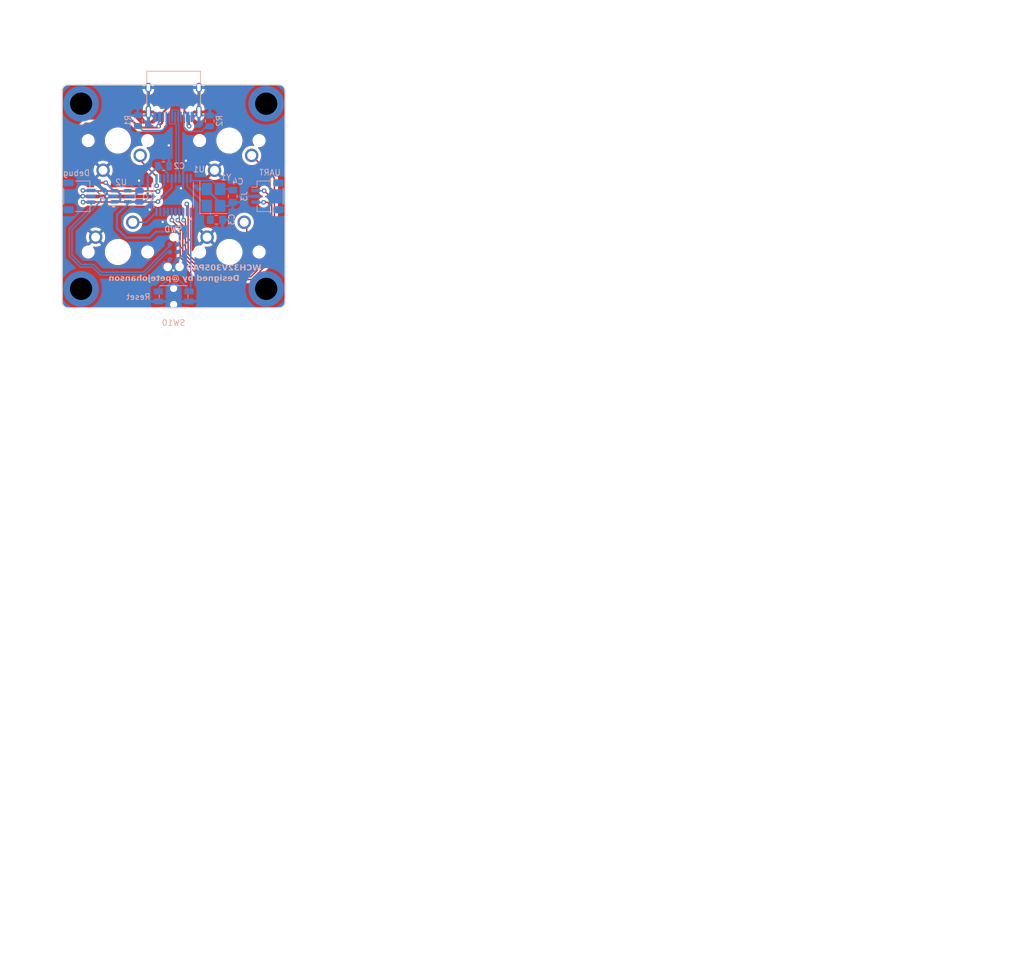
<source format=kicad_pcb>
(kicad_pcb (version 20241229) (generator "pcbnew") (generator_version "9.0")
  (layers (0 "F.Cu" signal) (2 "B.Cu" signal) (13 "F.Paste" user) (15 "B.Paste" user) (5 "F.SilkS" user "F.Silkscreen") (7 "B.SilkS" user "B.Silkscreen") (1 "F.Mask" user) (3 "B.Mask" user) (25 "Edge.Cuts" user))
  (property "SHA1" "057f0e1")
  (property "TIMESTAMP" "2023-12-05")
  (net 0 "")
  (net 1 "+3.3V")
  (net 2 "GND")
  (net 3 "D-")
  (net 4 "D+")
  (net 6 "Net-(J1-CC2)")
  (net 8 "Net-(J1-CC1)")
  (net 9 "+5V")
  (net 10 "SWDIO")
  (net 11 "RESET")
  (net 12 "SWCLK")
  (net 14 "SW1")
  (net 15 "SW2")
  (net 16 "SW3")
  (net 17 "Net-(U1-PB14)")
  (net 18 "SW4")
  (net 22 "UART_TX")
  (net 23 "UART_RX")
  (net 24 "OSC_IN")
  (net 25 "OSC_OUT")
  (footprint "PCM_marbastlib-mx:SW_MX_1u" (layer "F.Cu") (at 50.58 38.95 180)
    (property "Reference" "SW1" (hide yes))
    (property "Value" "SW_Push" (hide yes))
    (pad "" np_thru_hole circle (at -5.08 0 180) (size 1.75 1.75) (drill 1.75) (layers "*.Cu" "*.Mask"))
    (pad "" np_thru_hole circle (at 0 0 180) (size 3.9878 3.9878) (drill 3.9878) (layers "*.Cu" "*.Mask"))
    (pad "" np_thru_hole circle (at 5.08 0 180) (size 1.75 1.75) (drill 1.75) (layers "*.Cu" "*.Mask"))
    (pad "1" thru_hole circle (at -3.81 -2.54 180) (size 2.3 2.3) (drill 1.524) (layers "*.Cu" "B.Mask") (net 14 "SW1"))
    (pad "2" thru_hole circle (at 2.54 -5.08 180) (size 2.3 2.3) (drill 1.524) (layers "*.Cu" "B.Mask") (net 2 "GND"))
  )
  (footprint "PCM_marbastlib-mx:SW_MX_1u" (layer "F.Cu") (at 69.63 58)
    (property "Reference" "SW4" (hide yes))
    (property "Value" "SW_Push" (hide yes))
    (pad "" np_thru_hole circle (at -5.08 0) (size 1.75 1.75) (drill 1.75) (layers "*.Cu" "*.Mask"))
    (pad "" np_thru_hole circle (at 0 0) (size 3.9878 3.9878) (drill 3.9878) (layers "*.Cu" "*.Mask"))
    (pad "" np_thru_hole circle (at 5.08 0) (size 1.75 1.75) (drill 1.75) (layers "*.Cu" "*.Mask"))
    (pad "1" thru_hole circle (at -3.81 -2.54) (size 2.3 2.3) (drill 1.524) (layers "*.Cu" "B.Mask") (net 2 "GND"))
    (pad "2" thru_hole circle (at 2.54 -5.08) (size 2.3 2.3) (drill 1.524) (layers "*.Cu" "B.Mask") (net 18 "SW4"))
  )
  (footprint "PCM_marbastlib-mx:SW_MX_1u" (layer "F.Cu") (at 69.63 38.95 180)
    (property "Reference" "SW2" (hide yes))
    (property "Value" "SW_Push" (hide yes))
    (pad "" np_thru_hole circle (at -5.08 0 180) (size 1.75 1.75) (drill 1.75) (layers "*.Cu" "*.Mask"))
    (pad "" np_thru_hole circle (at 0 0 180) (size 3.9878 3.9878) (drill 3.9878) (layers "*.Cu" "*.Mask"))
    (pad "" np_thru_hole circle (at 5.08 0 180) (size 1.75 1.75) (drill 1.75) (layers "*.Cu" "*.Mask"))
    (pad "1" thru_hole circle (at -3.81 -2.54 180) (size 2.3 2.3) (drill 1.524) (layers "*.Cu" "B.Mask") (net 15 "SW2"))
    (pad "2" thru_hole circle (at 2.54 -5.08 180) (size 2.3 2.3) (drill 1.524) (layers "*.Cu" "B.Mask") (net 2 "GND"))
  )
  (footprint "PCM_marbastlib-mx:SW_MX_1u" (layer "F.Cu") (at 50.58 58)
    (property "Reference" "SW3" (hide yes))
    (property "Value" "SW_Push" (hide yes))
    (pad "" np_thru_hole circle (at -5.08 0) (size 1.75 1.75) (drill 1.75) (layers "*.Cu" "*.Mask"))
    (pad "" np_thru_hole circle (at 0 0) (size 3.9878 3.9878) (drill 3.9878) (layers "*.Cu" "*.Mask"))
    (pad "" np_thru_hole circle (at 5.08 0) (size 1.75 1.75) (drill 1.75) (layers "*.Cu" "*.Mask"))
    (pad "1" thru_hole circle (at -3.81 -2.54) (size 2.3 2.3) (drill 1.524) (layers "*.Cu" "B.Mask") (net 2 "GND"))
    (pad "2" thru_hole circle (at 2.54 -5.08) (size 2.3 2.3) (drill 1.524) (layers "*.Cu" "B.Mask") (net 16 "SW3"))
  )
  (footprint "Capacitor_SMD:C_0805_2012Metric_Pad1.18x1.45mm_HandSolder" (layer "B.Cu") (at 67.425 52.5)
    (property "Reference" "C3" (at 2.6 -0.06 90) (layer "B.SilkS") (effects (justify mirror)))
    (property "Value" "34pf")
    (fp_line (start -0.261253 -0.735) (end 0.261253 -0.735) (stroke (width 0.12)) (layer "B.SilkS"))
    (fp_line (start -0.261253 0.735) (end 0.261253 0.735) (stroke (width 0.12)) (layer "B.SilkS"))
    (pad "1" smd roundrect (at -1.0375 0) (size 1.175 1.45) (layers "B.Cu" "B.Mask" "B.Paste") (roundrect_rratio 0.212766) (net 24 "OSC_IN"))
    (pad "2" smd roundrect (at 1.0375 0) (size 1.175 1.45) (layers "B.Cu" "B.Mask" "B.Paste") (roundrect_rratio 0.212766) (net 2 "GND"))
  )
  (footprint "Capacitor_SMD:C_0805_2012Metric" (layer "B.Cu") (at 54.25 48.475 90)
    (property "Reference" "C1" (at 0 1.68 90) (layer "B.SilkS") (effects (justify mirror)))
    (property "Value" "1nF")
    (fp_line (start -0.261252 -0.735) (end 0.261252 -0.735) (stroke (width 0.12)) (layer "B.SilkS"))
    (fp_line (start -0.261252 0.735) (end 0.261252 0.735) (stroke (width 0.12)) (layer "B.SilkS"))
    (pad "1" smd roundrect (at -0.95 0 90) (size 1 1.45) (layers "B.Cu" "B.Mask" "B.Paste") (net 1 "+3.3V"))
    (pad "2" smd roundrect (at 0.95 0 90) (size 1 1.45) (layers "B.Cu" "B.Mask" "B.Paste") (net 2 "GND"))
  )
  (footprint "wch32v305pad:MountingHole_M2_Pad_NonPTH_TopOnly" (layer "B.Cu") (at 44.28 32.65 180)
    (property "Reference" "H1" (hide yes))
    (property "Value" "SMTSO2040")
    (pad "" np_thru_hole circle (at 0 0 180) (size 3.8 3.8) (drill 3.8) (layers "*.Mask"))
    (pad "1" smd circle (at 0 0 180) (size 6.1 6.1) (layers "B.Cu" "B.Mask"))
  )
  (footprint "Package_SO:TSSOP-20_4.4x6.5mm_P0.65mm" (layer "B.Cu") (at 60.1 48.2875 90)
    (property "Reference" "U1" (at 4.4375 4.325 180) (layer "B.SilkS") (effects (justify mirror)))
    (property "Value" "CH32V30xFxPx")
    (fp_line (start 0 -3.385) (end 2.2 -3.385) (stroke (width 0.12)) (layer "B.SilkS"))
    (fp_line (start 0 -3.385) (end -2.2 -3.385) (stroke (width 0.12)) (layer "B.SilkS"))
    (fp_line (start 0 3.385) (end 2.2 3.385) (stroke (width 0.12)) (layer "B.SilkS"))
    (fp_line (start 0 3.385) (end -2.2 3.385) (stroke (width 0.12)) (layer "B.SilkS"))
    (fp_poly (pts (xy -3.86 2.925) (xy -4.19 2.685) (xy -4.19 3.165)) (stroke (width 0.12)) (fill yes) (layer "B.SilkS"))
    (pad "1" smd roundrect (at -2.8625 2.925 90) (size 1.475 0.4) (layers "B.Cu" "B.Mask" "B.Paste") (net 11 "RESET"))
    (pad "2" smd roundrect (at -2.8625 2.275 90) (size 1.475 0.4) (layers "B.Cu" "B.Mask" "B.Paste") (net 18 "SW4"))
    (pad "3" smd roundrect (at -2.8625 1.625 90) (size 1.475 0.4) (layers "B.Cu" "B.Mask" "B.Paste") (net 22 "UART_TX"))
    (pad "4" smd roundrect (at -2.8625 0.975 90) (size 1.475 0.4) (layers "B.Cu" "B.Mask" "B.Paste") (net 23 "UART_RX"))
    (pad "5" smd roundrect (at -2.8625 0.325 90) (size 1.475 0.4) (layers "B.Cu" "B.Mask" "B.Paste"))
    (pad "6" smd roundrect (at -2.8625 -0.325 90) (size 1.475 0.4) (layers "B.Cu" "B.Mask" "B.Paste") (net 15 "SW2"))
    (pad "7" smd roundrect (at -2.8625 -0.975 90) (size 1.475 0.4) (layers "B.Cu" "B.Mask" "B.Paste") (net 17 "Net-(U1-PB14)"))
    (pad "8" smd roundrect (at -2.8625 -1.625 90) (size 1.475 0.4) (layers "B.Cu" "B.Mask" "B.Paste") (net 17 "Net-(U1-PB14)"))
    (pad "9" smd roundrect (at -2.8625 -2.275 90) (size 1.475 0.4) (layers "B.Cu" "B.Mask" "B.Paste"))
    (pad "10" smd roundrect (at -2.8625 -2.925 90) (size 1.475 0.4) (layers "B.Cu" "B.Mask" "B.Paste") (net 16 "SW3"))
    (pad "11" smd roundrect (at 2.8625 -2.925 90) (size 1.475 0.4) (layers "B.Cu" "B.Mask" "B.Paste") (net 14 "SW1"))
    (pad "12" smd roundrect (at 2.8625 -2.275 90) (size 1.475 0.4) (layers "B.Cu" "B.Mask" "B.Paste"))
    (pad "13" smd roundrect (at 2.8625 -1.625 90) (size 1.475 0.4) (layers "B.Cu" "B.Mask" "B.Paste") (net 10 "SWDIO"))
    (pad "14" smd roundrect (at 2.8625 -0.975 90) (size 1.475 0.4) (layers "B.Cu" "B.Mask" "B.Paste") (net 1 "+3.3V"))
    (pad "15" smd roundrect (at 2.8625 -0.325 90) (size 1.475 0.4) (layers "B.Cu" "B.Mask" "B.Paste") (net 12 "SWCLK"))
    (pad "16" smd roundrect (at 2.8625 0.325 90) (size 1.475 0.4) (layers "B.Cu" "B.Mask" "B.Paste") (net 3 "D-"))
    (pad "17" smd roundrect (at 2.8625 0.975 90) (size 1.475 0.4) (layers "B.Cu" "B.Mask" "B.Paste") (net 4 "D+"))
    (pad "18" smd roundrect (at 2.8625 1.625 90) (size 1.475 0.4) (layers "B.Cu" "B.Mask" "B.Paste") (net 2 "GND"))
    (pad "19" smd roundrect (at 2.8625 2.275 90) (size 1.475 0.4) (layers "B.Cu" "B.Mask" "B.Paste") (net 24 "OSC_IN"))
    (pad "20" smd roundrect (at 2.8625 2.925 90) (size 1.475 0.4) (layers "B.Cu" "B.Mask" "B.Paste") (net 25 "OSC_OUT"))
  )
  (footprint "Resistor_SMD:R_0805_2012Metric" (layer "B.Cu") (at 54.005 35.5425 90)
    (property "Reference" "R1" (at -0.0075 -1.72 90) (layer "B.SilkS") (effects (justify mirror)))
    (property "Value" "5.1k")
    (fp_line (start -0.227064 -0.735) (end 0.227064 -0.735) (stroke (width 0.12)) (layer "B.SilkS"))
    (fp_line (start -0.227064 0.735) (end 0.227064 0.735) (stroke (width 0.12)) (layer "B.SilkS"))
    (pad "1" smd roundrect (at -0.9125 0 90) (size 1.025 1.4) (layers "B.Cu" "B.Mask" "B.Paste") (roundrect_rratio 0.243902) (net 8 "Net-(J1-CC1)"))
    (pad "2" smd roundrect (at 0.9125 0 90) (size 1.025 1.4) (layers "B.Cu" "B.Mask" "B.Paste") (roundrect_rratio 0.243902) (net 2 "GND"))
  )
  (footprint "wch32v305pad:MountingHole_M2_Pad_NonPTH_TopOnly" (layer "B.Cu") (at 75.93 64.3 180)
    (property "Reference" "H4" (hide yes))
    (property "Value" "SMTSO2040")
    (pad "" np_thru_hole circle (at 0 0 180) (size 3.8 3.8) (drill 3.8) (layers "*.Mask"))
    (pad "1" smd circle (at 0 0 180) (size 6.1 6.1) (layers "B.Cu" "B.Mask"))
  )
  (footprint "Capacitor_SMD:C_0805_2012Metric" (layer "B.Cu") (at 58.375 43.325)
    (property "Reference" "C2" (at 2.7 -0.025 0) (layer "B.SilkS") (effects (justify mirror)))
    (property "Value" "100nF")
    (fp_line (start -0.261253 -0.735) (end 0.261253 -0.735) (stroke (width 0.12)) (layer "B.SilkS"))
    (fp_line (start -0.261253 0.735) (end 0.261253 0.735) (stroke (width 0.12)) (layer "B.SilkS"))
    (pad "1" smd roundrect (at -0.949999 0) (size 1 1.45) (layers "B.Cu" "B.Mask" "B.Paste") (net 1 "+3.3V"))
    (pad "2" smd roundrect (at 0.949999 0) (size 1 1.45) (layers "B.Cu" "B.Mask" "B.Paste") (net 2 "GND"))
  )
  (footprint "Connector_JST:JST_SH_SM03B-SRSS-TB_1x03-1MP_P1.00mm_Horizontal" (layer "B.Cu") (at 76.15 48.475 -90)
    (property "Reference" "J3" (at 0 3.98 90) (layer "B.SilkS") (effects (justify mirror)))
    (property "Value" "UART")
    (fp_line (start -2.61 1.785) (end -1.56 1.785) (stroke (width 0.12)) (layer "B.SilkS"))
    (fp_line (start -1.56 1.785) (end -1.56 2.775) (stroke (width 0.12)) (layer "B.SilkS"))
    (fp_line (start 2.61 1.785) (end 1.56 1.785) (stroke (width 0.12)) (layer "B.SilkS"))
    (fp_line (start -2.61 -0.715) (end -2.61 1.785) (stroke (width 0.12)) (layer "B.SilkS"))
    (fp_line (start 2.61 -0.715) (end 2.61 1.785) (stroke (width 0.12)) (layer "B.SilkS"))
    (fp_line (start -1.44 -2.685) (end 1.44 -2.685) (stroke (width 0.12)) (layer "B.SilkS"))
    (pad "1" smd roundrect (at -1 2 270) (size 0.6 1.55) (layers "B.Cu" "B.Mask" "B.Paste") (net 23 "UART_RX"))
    (pad "2" smd roundrect (at 0 2 270) (size 0.6 1.55) (layers "B.Cu" "B.Mask" "B.Paste") (net 2 "GND"))
    (pad "3" smd roundrect (at 1 2 270) (size 0.6 1.55) (layers "B.Cu" "B.Mask" "B.Paste") (net 22 "UART_TX"))
    (pad "MP" smd roundrect (at -2.3 -1.875 270) (size 1.2 1.8) (layers "B.Cu" "B.Mask" "B.Paste") (roundrect_rratio 0.208333))
    (pad "MP" smd roundrect (at 2.3 -1.875 270) (size 1.2 1.8) (layers "B.Cu" "B.Mask" "B.Paste") (roundrect_rratio 0.208333))
  )
  (footprint "Connector_JST:JST_SH_SM03B-SRSS-TB_1x03-1MP_P1.00mm_Horizontal" (layer "B.Cu") (at 44 48.475 90)
    (property "Reference" "J4" (at 0 3.98 90) (layer "B.SilkS") (effects (justify mirror)))
    (property "Value" "Debug")
    (fp_line (start -1.44 -2.685) (end 1.44 -2.685) (stroke (width 0.12)) (layer "B.SilkS"))
    (fp_line (start 2.61 -0.715) (end 2.61 1.785) (stroke (width 0.12)) (layer "B.SilkS"))
    (fp_line (start -2.61 -0.715) (end -2.61 1.785) (stroke (width 0.12)) (layer "B.SilkS"))
    (fp_line (start 2.61 1.785) (end 1.56 1.785) (stroke (width 0.12)) (layer "B.SilkS"))
    (fp_line (start -1.56 1.785) (end -1.56 2.775) (stroke (width 0.12)) (layer "B.SilkS"))
    (fp_line (start -2.61 1.785) (end -1.56 1.785) (stroke (width 0.12)) (layer "B.SilkS"))
    (pad "1" smd roundrect (at -1 2 90) (size 0.6 1.55) (layers "B.Cu" "B.Mask" "B.Paste") (net 12 "SWCLK"))
    (pad "2" smd roundrect (at 0 2 90) (size 0.6 1.55) (layers "B.Cu" "B.Mask" "B.Paste") (net 2 "GND"))
    (pad "3" smd roundrect (at 1 2 90) (size 0.6 1.55) (layers "B.Cu" "B.Mask" "B.Paste") (net 10 "SWDIO"))
    (pad "MP" smd roundrect (at -2.3 -1.875 90) (size 1.2 1.8) (layers "B.Cu" "B.Mask" "B.Paste") (roundrect_rratio 0.208333))
    (pad "MP" smd roundrect (at 2.3 -1.875 90) (size 1.2 1.8) (layers "B.Cu" "B.Mask" "B.Paste") (roundrect_rratio 0.208333))
  )
  (footprint "Crystal:Crystal_SMD_3225-4Pin_3.2x2.5mm_HandSoldering" (layer "B.Cu") (at 66.9 48.675 90)
    (property "Reference" "Y1" (at 3.45 2.15 0) (layer "B.SilkS") (effects (justify mirror)))
    (property "Value" "Crystal_Small")
    (fp_line (start -2.76 -2.31) (end 2.76 -2.31) (stroke (width 0.12)) (layer "B.SilkS"))
    (fp_line (start -2.76 2.31) (end -2.76 -2.31) (stroke (width 0.12)) (layer "B.SilkS"))
    (pad "1" smd roundrect (at -1.45 -1.15 90) (size 2.1 1.8) (layers "B.Cu" "B.Mask" "B.Paste") (roundrect_rratio 0.138889) (net 24 "OSC_IN"))
    (pad "2" smd roundrect (at 1.45 -1.15 90) (size 2.1 1.8) (layers "B.Cu" "B.Mask" "B.Paste") (roundrect_rratio 0.138889) (net 2 "GND"))
    (pad "3" smd roundrect (at 1.45 1.15 90) (size 2.1 1.8) (layers "B.Cu" "B.Mask" "B.Paste") (roundrect_rratio 0.138889) (net 25 "OSC_OUT"))
    (pad "4" smd roundrect (at -1.45 1.15 90) (size 2.1 1.8) (layers "B.Cu" "B.Mask" "B.Paste") (roundrect_rratio 0.138889) (net 2 "GND"))
  )
  (footprint "Resistor_SMD:R_0805_2012Metric" (layer "B.Cu") (at 66.275 35.58 90)
    (property "Reference" "R2" (at 0 1.65 90) (layer "B.SilkS") (effects (justify mirror)))
    (property "Value" "5.1k")
    (fp_line (start -0.227064 -0.735) (end 0.227064 -0.735) (stroke (width 0.12)) (layer "B.SilkS"))
    (fp_line (start -0.227064 0.735) (end 0.227064 0.735) (stroke (width 0.12)) (layer "B.SilkS"))
    (pad "1" smd roundrect (at -0.9125 0 90) (size 1.025 1.4) (layers "B.Cu" "B.Mask" "B.Paste") (roundrect_rratio 0.243902) (net 6 "Net-(J1-CC2)"))
    (pad "2" smd roundrect (at 0.9125 0 90) (size 1.025 1.4) (layers "B.Cu" "B.Mask" "B.Paste") (roundrect_rratio 0.243902) (net 2 "GND"))
  )
  (footprint "wch32v305pad:MountingHole_M2_Pad_NonPTH_TopOnly" (layer "B.Cu") (at 44.28 64.3 180)
    (property "Reference" "H3" (hide yes))
    (property "Value" "SMTSO2040")
    (pad "" np_thru_hole circle (at 0 0 180) (size 3.8 3.8) (drill 3.8) (layers "*.Mask"))
    (pad "1" smd circle (at 0 0 180) (size 6.1 6.1) (layers "B.Cu" "B.Mask"))
  )
  (footprint "Package_TO_SOT_SMD:SOT-23-5" (layer "B.Cu") (at 51.1325 48.475)
    (property "Reference" "U2" (at 0 -2.4 0) (layer "B.SilkS") (effects (justify mirror)))
    (property "Value" "AP2112K-3.3")
    (fp_line (start 0 -1.56) (end -0.8 -1.56) (stroke (width 0.12)) (layer "B.SilkS"))
    (fp_line (start 0 -1.56) (end 0.8 -1.56) (stroke (width 0.12)) (layer "B.SilkS"))
    (fp_line (start 0 1.56) (end -0.8 1.56) (stroke (width 0.12)) (layer "B.SilkS"))
    (fp_line (start 0 1.56) (end 0.8 1.56) (stroke (width 0.12)) (layer "B.SilkS"))
    (fp_poly (pts (xy -1.3 1.51) (xy -1.54 1.84) (xy -1.06 1.84)) (stroke (width 0.12)) (fill yes) (layer "B.SilkS"))
    (pad "1" smd roundrect (at -1.1375 0.95) (size 1.325 0.6) (layers "B.Cu" "B.Mask" "B.Paste") (net 9 "+5V"))
    (pad "2" smd roundrect (at -1.1375 0) (size 1.325 0.6) (layers "B.Cu" "B.Mask" "B.Paste") (net 2 "GND"))
    (pad "3" smd roundrect (at -1.1375 -0.95) (size 1.325 0.6) (layers "B.Cu" "B.Mask" "B.Paste") (net 9 "+5V"))
    (pad "4" smd roundrect (at 1.1375 -0.95) (size 1.325 0.6) (layers "B.Cu" "B.Mask" "B.Paste"))
    (pad "5" smd roundrect (at 1.1375 0.95) (size 1.325 0.6) (layers "B.Cu" "B.Mask" "B.Paste") (net 1 "+3.3V"))
  )
  (footprint "wch32v305pad:USB_C_Receptacle_GT-USB-7010" (layer "B.Cu") (at 60.105 31.75)
    (property "Reference" "J1" (hide yes))
    (property "Value" "USB_C_Receptacle_USB2.0")
    (fp_line (start -4.6 -4.65) (end -4.6 -2.7) (stroke (width 0.15)) (layer "B.SilkS"))
    (fp_line (start -4.6 -1.05) (end -4.6 1.25) (stroke (width 0.15)) (layer "B.SilkS"))
    (fp_line (start 4.6 -4.65) (end -4.6 -4.65) (stroke (width 0.15)) (layer "B.SilkS"))
    (fp_line (start 4.6 -4.65) (end 4.6 -2.7) (stroke (width 0.15)) (layer "B.SilkS"))
    (fp_line (start 4.6 -1.05) (end 4.6 1.25) (stroke (width 0.15)) (layer "B.SilkS"))
    (pad "" np_thru_hole circle (at -2.89 1.81) (size 0.65 0.65) (drill 0.65) (layers "*.Cu" "*.Mask"))
    (pad "" np_thru_hole circle (at 2.89 1.81) (size 0.65 0.65) (drill 0.65) (layers "*.Cu" "*.Mask"))
    (pad "A1" smd rect (at -3.35 3.15) (size 0.3 1.75) (layers "B.Cu" "B.Mask" "B.Paste") (net 2 "GND"))
    (pad "A4" smd rect (at -2.55 3.15) (size 0.3 1.75) (layers "B.Cu" "B.Mask" "B.Paste") (net 9 "+5V"))
    (pad "A5" smd rect (at -1.25 3.15) (size 0.3 1.75) (layers "B.Cu" "B.Mask" "B.Paste") (net 8 "Net-(J1-CC1)"))
    (pad "A6" smd rect (at -0.25 3.15) (size 0.3 1.75) (layers "B.Cu" "B.Mask" "B.Paste") (net 4 "D+"))
    (pad "A7" smd rect (at 0.25 3.15) (size 0.3 1.75) (layers "B.Cu" "B.Mask" "B.Paste") (net 3 "D-"))
    (pad "A8" smd rect (at 1.25 3.15) (size 0.3 1.75) (layers "B.Cu" "B.Mask" "B.Paste"))
    (pad "A9" smd rect (at 2.55 3.15) (size 0.3 1.75) (layers "B.Cu" "B.Mask" "B.Paste") (net 9 "+5V"))
    (pad "A12" smd rect (at 3.35 3.15) (size 0.3 1.75) (layers "B.Cu" "B.Mask" "B.Paste") (net 2 "GND"))
    (pad "B1" smd rect (at 3.05 3.15) (size 0.3 1.75) (layers "B.Cu" "B.Mask" "B.Paste") (net 2 "GND"))
    (pad "B4" smd rect (at 2.25 3.15) (size 0.3 1.75) (layers "B.Cu" "B.Mask" "B.Paste") (net 9 "+5V"))
    (pad "B5" smd rect (at 1.75 3.15) (size 0.3 1.75) (layers "B.Cu" "B.Mask" "B.Paste") (net 6 "Net-(J1-CC2)"))
    (pad "B6" smd rect (at 0.75 3.15) (size 0.3 1.75) (layers "B.Cu" "B.Mask" "B.Paste") (net 4 "D+"))
    (pad "B7" smd rect (at -0.75 3.15) (size 0.3 1.75) (layers "B.Cu" "B.Mask" "B.Paste") (net 3 "D-"))
    (pad "B8" smd rect (at -1.75 3.15) (size 0.3 1.75) (layers "B.Cu" "B.Mask" "B.Paste"))
    (pad "B9" smd rect (at -2.25 3.15) (size 0.3 1.75) (layers "B.Cu" "B.Mask" "B.Paste") (net 9 "+5V"))
    (pad "B12" smd rect (at -3.05 3.15) (size 0.3 1.75) (layers "B.Cu" "B.Mask" "B.Paste") (net 2 "GND"))
    (pad "S1" thru_hole oval (at -4.32 -1.87) (size 1 1.6) (drill oval 0.6 1.2) (layers "*.Cu" "*.Mask") (net 2 "GND"))
    (pad "S1" thru_hole oval (at -4.32 2.31) (size 0.9 2.1) (drill oval 0.5 1.7) (layers "*.Cu" "*.Mask") (net 2 "GND"))
    (pad "S1" thru_hole oval (at 4.32 -1.87) (size 1 1.6) (drill oval 0.6 1.2) (layers "*.Cu" "*.Mask") (net 2 "GND"))
    (pad "S1" thru_hole oval (at 4.32 2.31) (size 0.9 2.1) (drill oval 0.5 1.7) (layers "*.Cu" "*.Mask") (net 2 "GND"))
  )
  (footprint "Capacitor_SMD:C_0805_2012Metric_Pad1.18x1.45mm_HandSolder" (layer "B.Cu") (at 70.2 48.475 -90)
    (property "Reference" "C4" (at -2.525 -0.875 0) (layer "B.SilkS") (effects (justify mirror)))
    (property "Value" "34pf")
    (fp_line (start -0.261253 0.735) (end 0.261253 0.735) (stroke (width 0.12)) (layer "B.SilkS"))
    (fp_line (start -0.261253 -0.735) (end 0.261253 -0.735) (stroke (width 0.12)) (layer "B.SilkS"))
    (pad "1" smd roundrect (at -1.0375 0 270) (size 1.175 1.45) (layers "B.Cu" "B.Mask" "B.Paste") (roundrect_rratio 0.212766) (net 25 "OSC_OUT"))
    (pad "2" smd roundrect (at 1.0375 0 270) (size 1.175 1.45) (layers "B.Cu" "B.Mask" "B.Paste") (roundrect_rratio 0.212766) (net 2 "GND"))
  )
  (footprint "Button_Switch_SMD:Panasonic_EVQPUL_EVQPUC" (layer "B.Cu") (at 60.1 65.6)
    (property "Reference" "SW10" (at 0 4.5 0) (layer "B.SilkS") (effects (justify mirror)))
    (property "Value" "Reset")
    (fp_line (start -2.45 -0.275) (end -2.45 0.275) (stroke (width 0.12)) (layer "B.SilkS"))
    (fp_line (start -1.425 1.85) (end -2.35 1.85) (stroke (width 0.12)) (layer "B.SilkS"))
    (fp_line (start 2.35 -1.85) (end -2.35 -1.85) (stroke (width 0.12)) (layer "B.SilkS"))
    (fp_line (start 2.35 1.85) (end 1.425 1.85) (stroke (width 0.12)) (layer "B.SilkS"))
    (fp_line (start 2.45 -0.275) (end 2.45 0.275) (stroke (width 0.12)) (layer "B.SilkS"))
    (pad "" np_thru_hole circle (at 0 -1.375 180) (size 0.75 0.75) (drill 0.75) (layers "*.Cu" "*.Mask"))
    (pad "" np_thru_hole circle (at 0 1.375 180) (size 0.75 0.75) (drill 0.75) (layers "*.Cu" "*.Mask"))
    (pad "1" smd rect (at -2.625 0.85 180) (size 1.55 1) (layers "B.Cu" "B.Mask" "B.Paste") (net 2 "GND"))
    (pad "1" smd rect (at 2.625 0.85 180) (size 1.55 1) (layers "B.Cu" "B.Mask" "B.Paste") (net 2 "GND"))
    (pad "2" smd rect (at -2.625 -0.85 180) (size 1.55 1) (layers "B.Cu" "B.Mask" "B.Paste") (net 11 "RESET"))
    (pad "2" smd rect (at 2.625 -0.85 180) (size 1.55 1) (layers "B.Cu" "B.Mask" "B.Paste") (net 11 "RESET"))
  )
  (footprint "Connector:Tag-Connect_TC2030-IDC-NL_2x03_P1.27mm_Vertical" (layer "B.Cu") (at 60.096 58 -90)
    (property "Reference" "J2" (hide yes))
    (property "Value" "SWD")
    (fp_line (start -1.905 -1.27) (end -1.905 -0.635) (stroke (width 0.12)) (layer "B.SilkS"))
    (fp_line (start -1.27 -1.27) (end -1.905 -1.27) (stroke (width 0.12)) (layer "B.SilkS"))
    (pad "" np_thru_hole circle (at -2.54 0 270) (size 0.9906 0.9906) (drill 0.9906) (layers "*.Cu" "*.Mask"))
    (pad "" np_thru_hole circle (at 2.54 -1.016 270) (size 0.9906 0.9906) (drill 0.9906) (layers "*.Cu" "*.Mask"))
    (pad "" np_thru_hole circle (at 2.54 1.016 270) (size 0.9906 0.9906) (drill 0.9906) (layers "*.Cu" "*.Mask"))
    (pad "1" connect circle (at -1.27 -0.635 270) (size 0.7874 0.7874) (layers "B.Cu" "B.Mask") (net 1 "+3.3V"))
    (pad "2" connect circle (at -1.27 0.635 270) (size 0.7874 0.7874) (layers "B.Cu" "B.Mask") (net 10 "SWDIO"))
    (pad "3" connect circle (at 0 -0.635 270) (size 0.7874 0.7874) (layers "B.Cu" "B.Mask") (net 11 "RESET"))
    (pad "4" connect circle (at 0 0.635 270) (size 0.7874 0.7874) (layers "B.Cu" "B.Mask") (net 12 "SWCLK"))
    (pad "5" connect circle (at 1.27 -0.635 270) (size 0.7874 0.7874) (layers "B.Cu" "B.Mask") (net 2 "GND"))
    (pad "6" connect circle (at 1.27 0.635 270) (size 0.7874 0.7874) (layers "B.Cu" "B.Mask"))
    (zone (net 0) (net_name "") (layer "B.Cu") (connect_pads (clearance 0)) (min_thickness 0.254)
      (keepout (tracks allowed) (vias not_allowed) (pads allowed) (copperpour not_allowed) (footprints not_allowed))
      (fill (thermal_gap 0.508) (thermal_bridge_width 0.508))
      (polygon (pts (xy 59.461 59.27) (xy 59.461 56.73) (xy 60.731 56.73) (xy 60.731 59.27)))
    )
  )
  (footprint "wch32v305pad:MountingHole_M2_Pad_NonPTH_TopOnly" (layer "B.Cu") (at 75.93 32.65 180)
    (property "Reference" "H2" (hide yes))
    (property "Value" "SMTSO2040")
    (pad "" np_thru_hole circle (at 0 0 180) (size 3.8 3.8) (drill 3.8) (layers "*.Mask"))
    (pad "1" smd circle (at 0 0 180) (size 6.1 6.1) (layers "B.Cu" "B.Mask"))
  )
  (gr_arc (start 41.055 30.425) (mid 41.347893 29.717893) (end 42.055 29.425) (stroke (width 0.2)) (layer "Edge.Cuts"))
  (gr_line (start 78.155 67.525) (end 42.055 67.525) (stroke (width 0.2)) (layer "Edge.Cuts"))
  (gr_line (start 41.055 66.525) (end 41.055 30.425) (stroke (width 0.2)) (layer "Edge.Cuts"))
  (gr_line (start 42.055 29.425) (end 78.155 29.425) (stroke (width 0.2)) (layer "Edge.Cuts"))
  (gr_line (start 79.155 30.425) (end 79.155 66.525) (stroke (width 0.2)) (layer "Edge.Cuts"))
  (gr_arc (start 78.155 29.425) (mid 78.862107 29.717893) (end 79.155 30.425) (stroke (width 0.2)) (layer "Edge.Cuts"))
  (gr_arc (start 79.155 66.525) (mid 78.862107 67.232107) (end 78.155 67.525) (stroke (width 0.2)) (layer "Edge.Cuts"))
  (gr_arc (start 42.055 67.525) (mid 41.347893 67.232107) (end 41.055 66.525) (stroke (width 0.2)) (layer "Edge.Cuts"))
  (gr_text "Reset" (at 56.225 66.25 0) (layer "B.SilkS") (effects (font (size 1 1)) (justify left bottom mirror)))
  (gr_text "SWD" (at 61.7 54.7 0) (layer "B.SilkS") (effects (font (size 1 1)) (justify left bottom mirror)))
  (gr_text "Designed by @petejohanson" (at 60.175 63.1 -0) (layer "B.SilkS") (effects (font (size 1 1) (thickness 0.25) (bold yes)) (justify bottom mirror)))
  (gr_text "UART" (at 78.5 45 0) (layer "B.SilkS") (effects (font (size 1 1)) (justify left bottom mirror)))
  (gr_text "WCH32V305PAD" (at 68.675 61.325 0) (layer "B.SilkS") (effects (font (size 1 1) (thickness 0.25) (bold yes)) (justify bottom mirror)))
  (gr_text "Debug" (at 45.875 45.075 0) (layer "B.SilkS") (effects (font (size 1 1)) (justify left bottom mirror)))
  (segment (start 57.778485 43.325) (end 57.425001 43.325) (width 0.35) (layer "B.Cu") (net 1))
  (segment (start 54.25 49.425) (end 52.625 49.425) (width 0.35) (layer "B.Cu") (net 1))
  (segment (start 55.675 45.075001) (end 57.425001 43.325) (width 0.35) (layer "B.Cu") (net 1))
  (segment (start 57.075 54.525) (end 60.625 54.525) (width 0.35) (layer "B.Cu") (net 1))
  (segment (start 58.829485 44.376) (end 57.778485 43.325) (width 0.35) (layer "B.Cu") (net 1))
  (segment (start 56.05 55.55) (end 57.075 54.525) (width 0.35) (layer "B.Cu") (net 1))
  (segment (start 52.27 49.425) (end 54.25 49.425) (width 0.35) (layer "B.Cu") (net 1))
  (segment (start 52.625 49.425) (end 50.425 51.625) (width 0.35) (layer "B.Cu") (net 1))
  (segment (start 61.15 55.05) (end 61.15 56.311) (width 0.35) (layer "B.Cu") (net 1))
  (segment (start 59.125 44.65) (end 58.851 44.376) (width 0.35) (layer "B.Cu") (net 1))
  (segment (start 50.425 53.975) (end 52 55.55) (width 0.35) (layer "B.Cu") (net 1))
  (segment (start 55.05 49.425) (end 55.675 48.8) (width 0.35) (layer "B.Cu") (net 1))
  (segment (start 59.125 45.425) (end 59.125 44.65) (width 0.35) (layer "B.Cu") (net 1))
  (segment (start 54.25 49.425) (end 55.05 49.425) (width 0.35) (layer "B.Cu") (net 1))
  (segment (start 60.625 54.525) (end 61.15 55.05) (width 0.35) (layer "B.Cu") (net 1))
  (segment (start 55.675 48.8) (end 55.675 45.075001) (width 0.35) (layer "B.Cu") (net 1))
  (segment (start 61.15 56.311) (end 60.731 56.73) (width 0.35) (layer "B.Cu") (net 1))
  (segment (start 50.425 51.625) (end 50.425 53.975) (width 0.35) (layer "B.Cu") (net 1))
  (segment (start 52 55.55) (end 56.05 55.55) (width 0.35) (layer "B.Cu") (net 1))
  (segment (start 58.851 44.376) (end 58.829485 44.376) (width 0.35) (layer "B.Cu") (net 1))
  (segment (start 65.735 55.46) (end 65.82 55.46) (width 0.25) (layer "F.Cu") (net 2))
  (via (at 59.275 39.775) (size 0.8) (drill 0.4) (layers "F.Cu" "B.Cu") (net 2))
  (via (at 62.2 42.4) (size 0.8) (drill 0.4) (layers "F.Cu" "B.Cu") (net 2))
  (via (at 44.575 48.475) (size 0.8) (drill 0.4) (layers "F.Cu" "B.Cu") (net 2))
  (via (at 54.2 45.8) (size 0.8) (drill 0.4) (layers "F.Cu" "B.Cu") (net 2))
  (via (at 58.225 52.85) (size 0.8) (drill 0.4) (layers "F.Cu" "B.Cu") (net 2))
  (via (at 61.35 47.1) (size 0.8) (drill 0.4) (layers "F.Cu" "B.Cu") (net 2))
  (via (at 48.725 48.475) (size 0.8) (drill 0.4) (layers "F.Cu" "B.Cu") (net 2))
  (via (at 56 50.75) (size 0.8) (drill 0.4) (layers "F.Cu" "B.Cu") (net 2))
  (via (at 60.075 61.15) (size 0.8) (drill 0.4) (layers "F.Cu" "B.Cu") (net 2))
  (segment (start 57.055 34.9) (end 56.625 34.9) (width 0.35) (layer "B.Cu") (net 2))
  (segment (start 63.155 34.9) (end 63.585 34.9) (width 0.35) (layer "B.Cu") (net 2))
  (segment (start 65.0325 34.6675) (end 64.425 34.06) (width 0.35) (layer "B.Cu") (net 2))
  (segment (start 49.995 48.475) (end 48.725 48.475) (width 0.35) (layer "B.Cu") (net 2))
  (segment (start 61.35 47.1) (end 61.4 47.1) (width 0.35) (layer "B.Cu") (net 2))
  (segment (start 54.25 47.525) (end 53.325 48.45) (width 0.35) (layer "B.Cu") (net 2))
  (segment (start 55.785 34.06) (end 55.195 34.65) (width 0.35) (layer "B.Cu") (net 2))
  (segment (start 60.075 61.15) (end 60.075 59.926) (width 0.35) (layer "B.Cu") (net 2))
  (segment (start 60.075 59.926) (end 60.731 59.27) (width 0.35) (layer "B.Cu") (net 2))
  (segment (start 62.2 43.75) (end 61.725 44.225) (width 0.35) (layer "B.Cu") (net 2))
  (segment (start 59.275 39.775) (end 59.324999 39.824999) (width 0.35) (layer "B.Cu") (net 2))
  (segment (start 69.5875 50.125) (end 70.2 49.5125) (width 0.35) (layer "B.Cu") (net 2))
  (segment (start 66.275 34.6675) (end 65.0325 34.6675) (width 0.35) (layer "B.Cu") (net 2))
  (segment (start 61.4 47.1) (end 61.725 46.775) (width 0.35) (layer "B.Cu") (net 2))
  (segment (start 61.725 46.775) (end 61.725 45.425) (width 0.35) (layer "B.Cu") (net 2))
  (segment (start 68.05 49.575) (end 68.05 50.125) (width 0.35) (layer "B.Cu") (net 2))
  (segment (start 44.575 48.475) (end 46 48.475) (width 0.35) (layer "B.Cu") (net 2))
  (segment (start 56.625 34.9) (end 55.785 34.06) (width 0.35) (layer "B.Cu") (net 2))
  (segment (start 54.25 45.85) (end 54.2 45.8) (width 0.35) (layer "B.Cu") (net 2))
  (segment (start 63.585 34.9) (end 64.425 34.06) (width 0.35) (layer "B.Cu") (net 2))
  (segment (start 54.025 34.65) (end 54.005 34.63) (width 0.35) (layer "B.Cu") (net 2))
  (segment (start 65.75 47.225) (end 65.75 47.275) (width 0.35) (layer "B.Cu") (net 2))
  (segment (start 65.75 47.275) (end 68.05 49.575) (width 0.35) (layer "B.Cu") (net 2))
  (segment (start 55.195 34.65) (end 54.025 34.65) (width 0.35) (layer "B.Cu") (net 2))
  (segment (start 61.725 44.225) (end 61.725 45.425) (width 0.35) (layer "B.Cu") (net 2))
  (segment (start 59.324999 39.824999) (end 59.324999 43.325) (width 0.35) (layer "B.Cu") (net 2))
  (segment (start 55.785 34.06) (end 55.785 29.88) (width 0.35) (layer "B.Cu") (net 2))
  (segment (start 68.05 50.125) (end 69.5875 50.125) (width 0.35) (layer "B.Cu") (net 2))
  (segment (start 64.425 34.06) (end 64.425 29.88) (width 0.35) (layer "B.Cu") (net 2))
  (segment (start 62.2 42.4) (end 62.2 43.75) (width 0.35) (layer "B.Cu") (net 2))
  (segment (start 53.325 48.45) (end 52.875 48.45) (width 0.35) (layer "B.Cu") (net 2))
  (segment (start 54.25 47.525) (end 54.25 45.85) (width 0.35) (layer "B.Cu") (net 2))
  (segment (start 59.404 36.076) (end 59.355 36.027) (width 0.2) (layer "B.Cu") (net 3))
  (segment (start 59.355 36.027) (end 59.355 34.9) (width 0.2) (layer "B.Cu") (net 3))
  (segment (start 60.306 36.076) (end 59.404 36.076) (width 0.2) (layer "B.Cu") (net 3))
  (segment (start 60.525 36.197) (end 60.355 36.027) (width 0.2) (layer "B.Cu") (net 3))
  (segment (start 60.355 34.9) (end 60.355 36.027) (width 0.2) (layer "B.Cu") (net 3))
  (segment (start 60.425 44.318749) (end 60.525 44.218749) (width 0.2) (layer "B.Cu") (net 3))
  (segment (start 60.525 44.218749) (end 60.525 36.197) (width 0.2) (layer "B.Cu") (net 3))
  (segment (start 60.355 36.027) (end 60.306 36.076) (width 0.2) (layer "B.Cu") (net 3))
  (segment (start 60.425 45.425) (end 60.425 44.318749) (width 0.2) (layer "B.Cu") (net 3))
  (segment (start 59.855 33.773) (end 59.904 33.724) (width 0.2) (layer "B.Cu") (net 4))
  (segment (start 60.855 33.773) (end 60.855 34.9) (width 0.2) (layer "B.Cu") (net 4))
  (segment (start 61.075 44.318749) (end 60.975 44.218749) (width 0.2) (layer "B.Cu") (net 4))
  (segment (start 60.806 33.724) (end 60.855 33.773) (width 0.2) (layer "B.Cu") (net 4))
  (segment (start 59.855 34.9) (end 59.855 33.773) (width 0.2) (layer "B.Cu") (net 4))
  (segment (start 59.904 33.724) (end 60.806 33.724) (width 0.2) (layer "B.Cu") (net 4))
  (segment (start 60.975 44.218749) (end 60.975 36.075) (width 0.2) (layer "B.Cu") (net 4))
  (segment (start 61.075 45.425) (end 61.075 44.318749) (width 0.2) (layer "B.Cu") (net 4))
  (segment (start 60.975 36.075) (end 60.855 35.955) (width 0.2) (layer "B.Cu") (net 4))
  (segment (start 60.855 35.955) (end 60.855 34.9) (width 0.2) (layer "B.Cu") (net 4))
  (segment (start 64.875 37.375) (end 65.7575 36.4925) (width 0.25) (layer "B.Cu") (net 6))
  (segment (start 61.855 34.9) (end 61.855 36.63) (width 0.25) (layer "B.Cu") (net 6))
  (segment (start 62.6 37.375) (end 64.875 37.375) (width 0.25) (layer "B.Cu") (net 6))
  (segment (start 61.855 36.63) (end 62.6 37.375) (width 0.25) (layer "B.Cu") (net 6))
  (segment (start 65.7575 36.4925) (end 66.275 36.4925) (width 0.25) (layer "B.Cu") (net 6))
  (segment (start 54.775 37.225) (end 54.005 36.455) (width 0.25) (layer "B.Cu") (net 8))
  (segment (start 58.855 36.495) (end 58.125 37.225) (width 0.25) (layer "B.Cu") (net 8))
  (segment (start 58.125 37.225) (end 54.775 37.225) (width 0.25) (layer "B.Cu") (net 8))
  (segment (start 58.855 34.9) (end 58.855 36.495) (width 0.25) (layer "B.Cu") (net 8))
  (segment (start 45.05 36.05) (end 47.075 36.05) (width 0.35) (layer "F.Cu") (net 9))
  (segment (start 61.525 32.1) (end 59.6 32.1) (width 0.35) (layer "F.Cu") (net 9))
  (segment (start 43.175 37.925) (end 45.05 36.05) (width 0.35) (layer "F.Cu") (net 9))
  (segment (start 57.325 36.725) (end 57.55 36.5) (width 0.35) (layer "F.Cu") (net 9))
  (segment (start 46.825 46.15) (end 43.175 42.5) (width 0.35) (layer "F.Cu") (net 9))
  (segment (start 62.737653 34.737653) (end 61.95 33.95) (width 0.35) (layer "F.Cu") (net 9))
  (segment (start 61.95 33.95) (end 61.95 32.525) (width 0.35) (layer "F.Cu") (net 9))
  (segment (start 58.85 32.85) (end 58.85 33.575) (width 0.35) (layer "F.Cu") (net 9))
  (segment (start 48.5 46.15) (end 46.825 46.15) (width 0.35) (layer "F.Cu") (net 9))
  (segment (start 62.737653 36.487347) (end 62.737653 34.737653) (width 0.35) (layer "F.Cu") (net 9))
  (segment (start 47.875 35.25) (end 52.725 35.25) (width 0.35) (layer "F.Cu") (net 9))
  (segment (start 58.125 35.925) (end 57.55 36.5) (width 0.35) (layer "F.Cu") (net 9))
  (segment (start 61.95 32.525) (end 61.525 32.1) (width 0.35) (layer "F.Cu") (net 9))
  (segment (start 43.175 42.5) (end 43.175 37.925) (width 0.35) (layer "F.Cu") (net 9))
  (segment (start 58.125 34.3) (end 58.125 35.925) (width 0.35) (layer "F.Cu") (net 9))
  (segment (start 54.2 36.725) (end 57.325 36.725) (width 0.35) (layer "F.Cu") (net 9))
  (segment (start 58.85 33.575) (end 58.125 34.3) (width 0.35) (layer "F.Cu") (net 9))
  (segment (start 59.6 32.1) (end 58.85 32.85) (width 0.35) (layer "F.Cu") (net 9))
  (segment (start 52.725 35.25) (end 54.2 36.725) (width 0.35) (layer "F.Cu") (net 9))
  (segment (start 47.075 36.05) (end 47.875 35.25) (width 0.35) (layer "F.Cu") (net 9))
  (via (at 48.5 46.15) (size 0.8) (drill 0.4) (layers "F.Cu" "B.Cu") (net 9))
  (via (at 62.737653 36.487347) (size 0.8) (drill 0.4) (layers "F.Cu" "B.Cu") (net 9))
  (via (at 57.55 36.5) (size 0.8) (drill 0.4) (layers "F.Cu" "B.Cu") (net 9))
  (segment (start 57.555 36.495) (end 57.55 36.5) (width 0.35) (layer "B.Cu") (net 9))
  (segment (start 49.995 47.525) (end 50.384822 47.525) (width 0.35) (layer "B.Cu") (net 9))
  (segment (start 57.555 34.9) (end 57.555 36.495) (width 0.35) (layer "B.Cu") (net 9))
  (segment (start 49.995 47.525) (end 49.875 47.525) (width 0.35) (layer "B.Cu") (net 9))
  (segment (start 62.475 36.224694) (end 62.737653 36.487347) (width 0.35) (layer "B.Cu") (net 9))
  (segment (start 49.875 47.525) (end 48.5 46.15) (width 0.35) (layer "B.Cu") (net 9))
  (segment (start 62.475 35.08) (end 62.475 36.224694) (width 0.35) (layer "B.Cu") (net 9))
  (segment (start 50.384822 47.525) (end 50.9835 48.123678) (width 0.35) (layer "B.Cu") (net 9))
  (segment (start 62.655 34.9) (end 62.475 35.08) (width 0.35) (layer "B.Cu") (net 9))
  (segment (start 50.9835 49.098999) (end 50.657499 49.425) (width 0.35) (layer "B.Cu") (net 9))
  (segment (start 50.9835 48.123678) (end 50.9835 49.098999) (width 0.35) (layer "B.Cu") (net 9))
  (segment (start 50.657499 49.425) (end 49.995 49.425) (width 0.35) (layer "B.Cu") (net 9))
  (segment (start 44.7 47.575) (end 57.340742 47.575) (width 0.25) (layer "F.Cu") (net 10))
  (segment (start 44.6 47.475) (end 44.7 47.575) (width 0.25) (layer "F.Cu") (net 10))
  (segment (start 57.340742 47.575) (end 57.416931 47.651189) (width 0.25) (layer "F.Cu") (net 10))
  (via (at 57.416931 47.651189) (size 0.8) (drill 0.4) (layers "F.Cu" "B.Cu") (net 10))
  (via (at 44.6 47.475) (size 0.8) (drill 0.4) (layers "F.Cu" "B.Cu") (net 10))
  (segment (start 44.625 47.5) (end 46.85 47.5) (width 0.25) (layer "B.Cu") (net 10))
  (segment (start 47.73781 61.45) (end 54.925 61.45) (width 0.25) (layer "B.Cu") (net 10))
  (segment (start 44.6 47.475) (end 44.625 47.5) (width 0.25) (layer "B.Cu") (net 10))
  (segment (start 47.649 49.278322) (end 42.726 54.201322) (width 0.25) (layer "B.Cu") (net 10))
  (segment (start 42.726 54.201322) (end 42.726 58.51319) (width 0.25) (layer "B.Cu") (net 10))
  (segment (start 46.85 47.5) (end 47.649 48.299) (width 0.25) (layer "B.Cu") (net 10))
  (segment (start 59.461 56.914) (end 59.461 56.73) (width 0.25) (layer "B.Cu") (net 10))
  (segment (start 58.475 46.59312) (end 57.416931 47.651189) (width 0.25) (layer "B.Cu") (net 10))
  (segment (start 42.726 58.51319) (end 44.33681 60.124) (width 0.25) (layer "B.Cu") (net 10))
  (segment (start 47.649 48.299) (end 47.649 49.278322) (width 0.25) (layer "B.Cu") (net 10))
  (segment (start 44.33681 60.124) (end 46.41181 60.124) (width 0.25) (layer "B.Cu") (net 10))
  (segment (start 46.41181 60.124) (end 47.73781 61.45) (width 0.25) (layer "B.Cu") (net 10))
  (segment (start 54.925 61.45) (end 59.461 56.914) (width 0.25) (layer "B.Cu") (net 10))
  (segment (start 58.475 45.425) (end 58.475 46.59312) (width 0.25) (layer "B.Cu") (net 10))
  (segment (start 44.6 47.475) (end 46 47.475) (width 0.25) (layer "B.Cu") (net 10))
  (segment (start 57.475 64.75) (end 57.475 64.25) (width 0.25) (layer "B.Cu") (net 11))
  (segment (start 63.025 55.706) (end 60.731 58) (width 0.25) (layer "B.Cu") (net 11))
  (segment (start 60.975 62.7) (end 62.725 64.45) (width 0.25) (layer "B.Cu") (net 11))
  (segment (start 63.025 55.706) (end 63.025 64.45) (width 0.25) (layer "B.Cu") (net 11))
  (segment (start 57.475 64.25) (end 59.025 62.7) (width 0.25) (layer "B.Cu") (net 11))
  (segment (start 59.025 62.7) (end 60.975 62.7) (width 0.25) (layer "B.Cu") (net 11))
  (segment (start 62.725 64.45) (end 62.725 64.75) (width 0.25) (layer "B.Cu") (net 11))
  (segment (start 63.025 51.15) (end 63.025 55.706) (width 0.25) (layer "B.Cu") (net 11))
  (segment (start 63.025 64.45) (end 62.725 64.75) (width 0.25) (layer "B.Cu") (net 11))
  (segment (start 44.625 49.475) (end 44.65 49.45) (width 0.25) (layer "F.Cu") (net 12))
  (segment (start 44.65 49.45) (end 57.35 49.45) (width 0.25) (layer "F.Cu") (net 12))
  (segment (start 57.35 49.45) (end 57.4125 49.3875) (width 0.25) (layer "F.Cu") (net 12))
  (via (at 44.625 49.475) (size 0.8) (drill 0.4) (layers "F.Cu" "B.Cu") (net 12))
  (via (at 57.4125 49.3875) (size 0.8) (drill 0.4) (layers "F.Cu" "B.Cu") (net 12))
  (segment (start 44.15 60.575) (end 42.275 58.7) (width 0.25) (layer "B.Cu") (net 12))
  (segment (start 42.275 58.7) (end 42.275 54.014512) (width 0.25) (layer "B.Cu") (net 12))
  (segment (start 46 50.289512) (end 46 49.475) (width 0.25) (layer "B.Cu") (net 12))
  (segment (start 42.275 54.014512) (end 46 50.289512) (width 0.25) (layer "B.Cu") (net 12))
  (segment (start 59.01281 58) (end 55.11181 61.901) (width 0.25) (layer "B.Cu") (net 12))
  (segment (start 46.225 60.575) (end 44.15 60.575) (width 0.25) (layer "B.Cu") (net 12))
  (segment (start 59.775 47.025) (end 59.775 45.425) (width 0.25) (layer "B.Cu") (net 12))
  (segment (start 59.461 58) (end 59.01281 58) (width 0.25) (layer "B.Cu") (net 12))
  (segment (start 57.4125 49.3875) (end 59.775 47.025) (width 0.25) (layer "B.Cu") (net 12))
  (segment (start 55.11181 61.901) (end 54.874 61.901) (width 0.25) (layer "B.Cu") (net 12))
  (segment (start 47.575 61.925) (end 46.225 60.575) (width 0.25) (layer "B.Cu") (net 12))
  (segment (start 44.625 49.475) (end 46 49.475) (width 0.25) (layer "B.Cu") (net 12))
  (segment (start 54.874 61.901) (end 54.85 61.925) (width 0.25) (layer "B.Cu") (net 12))
  (segment (start 54.85 61.925) (end 47.575 61.925) (width 0.25) (layer "B.Cu") (net 12))
  (segment (start 57.2 46.675) (end 57.2 45.125) (width 0.25) (layer "F.Cu") (net 14))
  (segment (start 57.2 45.125) (end 54.39 42.315) (width 0.25) (layer "F.Cu") (net 14))
  (segment (start 54.39 42.315) (end 54.39 41.49) (width 0.25) (layer "F.Cu") (net 14))
  (via (at 57.2 46.675) (size 0.8) (drill 0.4) (layers "F.Cu" "B.Cu") (net 14))
  (segment (start 57.2 46.675) (end 57.175 46.65) (width 0.25) (layer "B.Cu") (net 14))
  (segment (start 57.175 46.65) (end 57.175 45.425) (width 0.25) (layer "B.Cu") (net 14))
  (segment (start 59.81997 52.58003) (end 59.75 52.65) (width 0.25) (layer "F.Cu") (net 15))
  (segment (start 65 62.7) (end 73.475 62.7) (width 0.25) (layer "F.Cu") (net 15))
  (segment (start 61.225 54.025) (end 61.225 58.925) (width 0.25) (layer "F.Cu") (net 15))
  (segment (start 59.85 52.65) (end 61.225 54.025) (width 0.25) (layer "F.Cu") (net 15))
  (segment (start 61.225 58.925) (end 65 62.7) (width 0.25) (layer "F.Cu") (net 15))
  (segment (start 59.75 52.65) (end 59.85 52.65) (width 0.25) (layer "F.Cu") (net 15))
  (segment (start 59.81997 52.550144) (end 59.81997 52.58003) (width 0.25) (layer "F.Cu") (net 15))
  (segment (start 73.475 62.7) (end 77.325 58.85) (width 0.25) (layer "F.Cu") (net 15))
  (segment (start 77.325 45.375) (end 73.44 41.49) (width 0.25) (layer "F.Cu") (net 15))
  (segment (start 77.325 58.85) (end 77.325 45.375) (width 0.25) (layer "F.Cu") (net 15))
  (via (at 59.81997 52.550144) (size 0.8) (drill 0.4) (layers "F.Cu" "B.Cu") (net 15))
  (segment (start 59.775144 52.550144) (end 59.775 52.55) (width 0.25) (layer "B.Cu") (net 15))
  (segment (start 59.775 52.55) (end 59.775 51.15) (width 0.25) (layer "B.Cu") (net 15))
  (segment (start 59.81997 52.550144) (end 59.775144 52.550144) (width 0.25) (layer "B.Cu") (net 15))
  (segment (start 55.405 52.92) (end 53.12 52.92) (width 0.25) (layer "B.Cu") (net 16))
  (segment (start 57.175 51.15) (end 55.405 52.92) (width 0.25) (layer "B.Cu") (net 16))
  (segment (start 58.475 51.15) (end 59.125 51.15) (width 0.25) (layer "B.Cu") (net 17))
  (segment (start 72.6 60.525) (end 72.6 53.35) (width 0.25) (layer "F.Cu") (net 18))
  (segment (start 62.578 50.028) (end 62.578 58.36457) (width 0.25) (layer "F.Cu") (net 18))
  (segment (start 65.56043 61.347) (end 71.778 61.347) (width 0.25) (layer "F.Cu") (net 18))
  (segment (start 62.35 49.8) (end 62.578 50.028) (width 0.25) (layer "F.Cu") (net 18))
  (segment (start 62.578 58.36457) (end 65.56043 61.347) (width 0.25) (layer "F.Cu") (net 18))
  (segment (start 72.6 53.35) (end 72.17 52.92) (width 0.25) (layer "F.Cu") (net 18))
  (segment (start 71.778 61.347) (end 72.6 60.525) (width 0.25) (layer "F.Cu") (net 18))
  (via (at 62.35 49.8) (size 0.8) (drill 0.4) (layers "F.Cu" "B.Cu") (net 18))
  (segment (start 62.35 49.8) (end 62.35 50.387501) (width 0.25) (layer "B.Cu") (net 18))
  (segment (start 62.35 50.387501) (end 62.375 50.412501) (width 0.25) (layer "B.Cu") (net 18))
  (segment (start 62.375 50.412501) (end 62.375 51.15) (width 0.25) (layer "B.Cu") (net 18))
  (segment (start 62.127 52.877305) (end 61.84787 52.598175) (width 0.25) (layer "F.Cu") (net 22))
  (segment (start 73.10138 61.798) (end 65.37362 61.798) (width 0.25) (layer "F.Cu") (net 22))
  (segment (start 61.79162 52.598175) (end 61.819745 52.57005) (width 0.25) (layer "F.Cu") (net 22))
  (segment (start 76.423 58.47638) (end 73.10138 61.798) (width 0.25) (layer "F.Cu") (net 22))
  (segment (start 61.84787 52.598175) (end 61.79162 52.598175) (width 0.25) (layer "F.Cu") (net 22))
  (segment (start 65.37362 61.798) (end 62.127 58.55138) (width 0.25) (layer "F.Cu") (net 22))
  (segment (start 75.475 49.5) (end 76.15 49.5) (width 0.25) (layer "F.Cu") (net 22))
  (segment (start 62.127 58.55138) (end 62.127 52.877305) (width 0.25) (layer "F.Cu") (net 22))
  (segment (start 76.15 49.5) (end 76.423 49.773) (width 0.25) (layer "F.Cu") (net 22))
  (segment (start 76.423 49.773) (end 76.423 58.47638) (width 0.25) (layer "F.Cu") (net 22))
  (via (at 61.819745 52.57005) (size 0.8) (drill 0.4) (layers "F.Cu" "B.Cu") (net 22))
  (via (at 75.475 49.5) (size 0.8) (drill 0.4) (layers "F.Cu" "B.Cu") (net 22))
  (segment (start 74.225 49.55) (end 74.15 49.475) (width 0.25) (layer "B.Cu") (net 22))
  (segment (start 75.425 49.55) (end 74.225 49.55) (width 0.25) (layer "B.Cu") (net 22))
  (segment (start 61.725 52.475305) (end 61.725 51.15) (width 0.25) (layer "B.Cu") (net 22))
  (segment (start 61.819745 52.57005) (end 61.725 52.475305) (width 0.25) (layer "B.Cu") (net 22))
  (segment (start 75.475 49.5) (end 75.425 49.55) (width 0.25) (layer "B.Cu") (net 22))
  (segment (start 61.676 58.73819) (end 61.676 53.453025) (width 0.25) (layer "F.Cu") (net 23))
  (segment (start 61.676 53.453025) (end 60.819972 52.596997) (width 0.25) (layer "F.Cu") (net 23))
  (segment (start 65.18681 62.249) (end 61.676 58.73819) (width 0.25) (layer "F.Cu") (net 23))
  (segment (start 75.6125 47.5375) (end 76.874 48.799) (width 0.25) (layer "F.Cu") (net 23))
  (segment (start 76.874 58.66319) (end 73.28819 62.249) (width 0.25) (layer "F.Cu") (net 23))
  (segment (start 60.819972 52.596997) (end 60.819972 52.548776) (width 0.25) (layer "F.Cu") (net 23))
  (segment (start 75.575 47.5375) (end 75.6125 47.5375) (width 0.25) (layer "F.Cu") (net 23))
  (segment (start 73.28819 62.249) (end 65.18681 62.249) (width 0.25) (layer "F.Cu") (net 23))
  (segment (start 76.874 48.799) (end 76.874 58.66319) (width 0.25) (layer "F.Cu") (net 23))
  (via (at 60.819972 52.548776) (size 0.8) (drill 0.4) (layers "F.Cu" "B.Cu") (net 23))
  (via (at 75.575 47.5375) (size 0.8) (drill 0.4) (layers "F.Cu" "B.Cu") (net 23))
  (segment (start 60.819972 52.548776) (end 61.075 52.293748) (width 0.25) (layer "B.Cu") (net 23))
  (segment (start 74.2125 47.5375) (end 74.15 47.475) (width 0.25) (layer "B.Cu") (net 23))
  (segment (start 75.575 47.5375) (end 74.2125 47.5375) (width 0.25) (layer "B.Cu") (net 23))
  (segment (start 61.075 52.293748) (end 61.075 51.15) (width 0.25) (layer "B.Cu") (net 23))
  (segment (start 62.401 45.451) (end 62.401 46.776) (width 0.25) (layer "B.Cu") (net 24))
  (segment (start 66.3875 52.5) (end 66.3875 50.7625) (width 0.25) (layer "B.Cu") (net 24))
  (segment (start 62.375 45.425) (end 62.401 45.451) (width 0.25) (layer "B.Cu") (net 24))
  (segment (start 66.3875 50.7625) (end 65.75 50.125) (width 0.25) (layer "B.Cu") (net 24))
  (segment (start 62.401 46.776) (end 65.75 50.125) (width 0.25) (layer "B.Cu") (net 24))
  (segment (start 69.9875 47.225) (end 70.2 47.4375) (width 0.25) (layer "B.Cu") (net 25))
  (segment (start 63.025 45.425) (end 63.425 45.825) (width 0.25) (layer "B.Cu") (net 25))
  (segment (start 66.65 45.825) (end 68.05 47.225) (width 0.25) (layer "B.Cu") (net 25))
  (segment (start 68.05 47.225) (end 69.9875 47.225) (width 0.25) (layer "B.Cu") (net 25))
  (segment (start 63.425 45.825) (end 66.65 45.825) (width 0.25) (layer "B.Cu") (net 25))
  (zone (net 2) (net_name "GND") (layers "F.Cu" "B.Cu") (connect_pads (clearance 0.5)) (min_thickness 0.25) (fill yes (thermal_gap 0.5) (thermal_bridge_width 0.5) (island_removal_mode 1) (island_area_min 10))
    (polygon (pts (xy 30.42 18.3) (xy 31.92 177.96) (xy 205.48 182.09) (xy 205.48 14.92)))
  )
)
</source>
